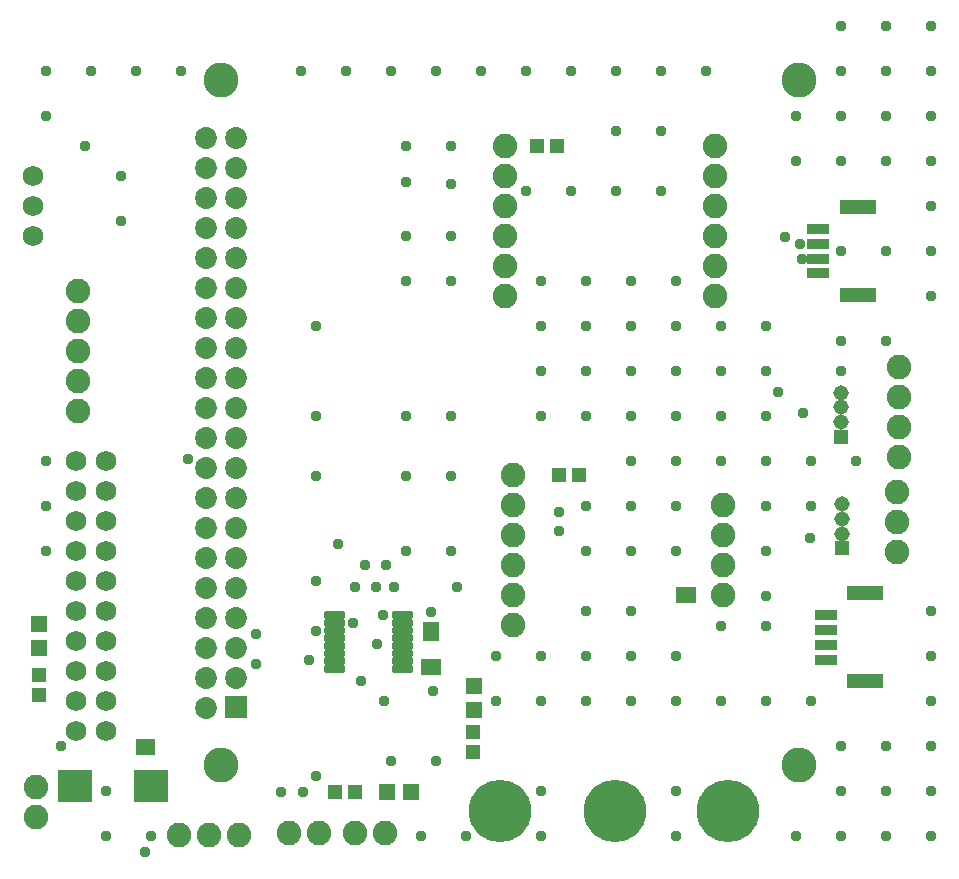
<source format=gts>
G04 EAGLE Gerber RS-274X export*
G75*
%MOMM*%
%FSLAX34Y34*%
%LPD*%
%INSoldermask Top*%
%IPPOS*%
%AMOC8*
5,1,8,0,0,1.08239X$1,22.5*%
G01*
%ADD10R,1.403200X1.403200*%
%ADD11R,1.303200X1.203200*%
%ADD12R,2.973200X2.753200*%
%ADD13R,1.311200X1.311200*%
%ADD14C,1.311200*%
%ADD15C,2.082800*%
%ADD16C,1.727200*%
%ADD17R,1.905000X0.863600*%
%ADD18R,3.098800X1.295400*%
%ADD19R,0.838200X1.473200*%
%ADD20R,1.473200X0.838200*%
%ADD21R,1.203200X1.303200*%
%ADD22C,2.953200*%
%ADD23R,1.854200X1.854200*%
%ADD24C,1.854200*%
%ADD25C,5.283200*%
%ADD26C,0.306600*%
%ADD27C,0.959600*%


D10*
X375285Y140294D03*
X375285Y119294D03*
X322412Y50419D03*
X301412Y50419D03*
D11*
X447303Y318389D03*
X464303Y318389D03*
D12*
X101796Y55499D03*
X37396Y55499D03*
D11*
X429015Y596900D03*
X446015Y596900D03*
D13*
X686816Y256586D03*
D14*
X686816Y269086D03*
X686816Y281586D03*
X686816Y294086D03*
D15*
X735076Y409956D03*
X735076Y384556D03*
X735076Y359156D03*
X735076Y333756D03*
X40259Y372872D03*
X40259Y398272D03*
X40259Y423672D03*
X40259Y449072D03*
X40259Y474472D03*
X299847Y15240D03*
X274447Y15240D03*
X243967Y15748D03*
X218567Y15748D03*
X4445Y29083D03*
X4445Y54483D03*
D13*
X686054Y350820D03*
D14*
X686054Y363320D03*
X686054Y375820D03*
X686054Y388320D03*
D16*
X63500Y330200D03*
X38100Y330200D03*
X63500Y304800D03*
X38100Y304800D03*
X63500Y279400D03*
X38100Y279400D03*
X63500Y254000D03*
X38100Y254000D03*
X63500Y228600D03*
X38100Y228600D03*
X63500Y203200D03*
X38100Y203200D03*
X63500Y177800D03*
X38100Y177800D03*
X63500Y152400D03*
X38100Y152400D03*
X63500Y127000D03*
X38100Y127000D03*
X63500Y101600D03*
X38100Y101600D03*
D17*
X666924Y489377D03*
X666924Y501877D03*
X666924Y514377D03*
X666924Y526877D03*
D18*
X700424Y470877D03*
X700424Y545377D03*
D17*
X673274Y162352D03*
X673274Y174852D03*
X673274Y187352D03*
X673274Y199852D03*
D18*
X706774Y143852D03*
X706774Y218352D03*
D15*
X733806Y253111D03*
X733806Y278511D03*
X733806Y303911D03*
X125222Y13589D03*
X150622Y13589D03*
X176022Y13589D03*
D19*
X334772Y156337D03*
X342900Y156337D03*
X550672Y217170D03*
X558800Y217170D03*
D20*
X338963Y181991D03*
X338963Y190119D03*
D19*
X101473Y88519D03*
X93345Y88519D03*
D11*
X274311Y50292D03*
X257311Y50292D03*
D21*
X374650Y101210D03*
X374650Y84210D03*
D22*
X650800Y73100D03*
X650800Y653100D03*
X160800Y73100D03*
X160800Y653100D03*
D23*
X173500Y121800D03*
D24*
X148082Y121666D03*
X173482Y147066D03*
X148082Y147066D03*
X173482Y172466D03*
X148082Y172466D03*
X173482Y197866D03*
X148082Y197866D03*
X173482Y223266D03*
X148082Y223266D03*
X173482Y248666D03*
X148082Y248666D03*
X173482Y274066D03*
X148082Y274066D03*
X173482Y299466D03*
X148082Y299466D03*
X173482Y324866D03*
X148082Y324866D03*
X173482Y350266D03*
X148082Y350266D03*
X173482Y375666D03*
X148082Y375666D03*
X173482Y401066D03*
X148082Y401066D03*
X173482Y426466D03*
X148082Y426466D03*
X173482Y451866D03*
X148082Y451866D03*
X173482Y477266D03*
X148082Y477266D03*
X173482Y502666D03*
X148082Y502666D03*
X173482Y528066D03*
X148082Y528066D03*
X173482Y553466D03*
X148082Y553466D03*
X173482Y578866D03*
X148082Y578866D03*
X173482Y604266D03*
X148082Y604266D03*
D15*
X408432Y191770D03*
X408432Y217170D03*
X408432Y242570D03*
X408432Y267970D03*
X408432Y293370D03*
X408432Y318770D03*
X586232Y217170D03*
X586232Y242570D03*
X586232Y267970D03*
X586232Y293370D03*
X401447Y469773D03*
X401447Y495173D03*
X401447Y520573D03*
X401447Y545973D03*
X401447Y571373D03*
X401447Y596773D03*
X579247Y469773D03*
X579247Y495173D03*
X579247Y520573D03*
X579247Y545973D03*
X579247Y571373D03*
X579247Y596773D03*
D25*
X495173Y33782D03*
X397637Y34544D03*
X590169Y34036D03*
D26*
X321910Y156075D02*
X307244Y156075D01*
X321910Y156075D02*
X321910Y153009D01*
X307244Y153009D01*
X307244Y156075D01*
X307244Y155922D02*
X321910Y155922D01*
X321910Y162575D02*
X307244Y162575D01*
X321910Y162575D02*
X321910Y159509D01*
X307244Y159509D01*
X307244Y162575D01*
X307244Y162422D02*
X321910Y162422D01*
X321910Y169075D02*
X307244Y169075D01*
X321910Y169075D02*
X321910Y166009D01*
X307244Y166009D01*
X307244Y169075D01*
X307244Y168922D02*
X321910Y168922D01*
X321910Y175575D02*
X307244Y175575D01*
X321910Y175575D02*
X321910Y172509D01*
X307244Y172509D01*
X307244Y175575D01*
X307244Y175422D02*
X321910Y175422D01*
X321910Y182075D02*
X307244Y182075D01*
X321910Y182075D02*
X321910Y179009D01*
X307244Y179009D01*
X307244Y182075D01*
X307244Y181922D02*
X321910Y181922D01*
X321910Y188575D02*
X307244Y188575D01*
X321910Y188575D02*
X321910Y185509D01*
X307244Y185509D01*
X307244Y188575D01*
X307244Y188422D02*
X321910Y188422D01*
X321910Y195075D02*
X307244Y195075D01*
X321910Y195075D02*
X321910Y192009D01*
X307244Y192009D01*
X307244Y195075D01*
X307244Y194922D02*
X321910Y194922D01*
X321910Y201575D02*
X307244Y201575D01*
X321910Y201575D02*
X321910Y198509D01*
X307244Y198509D01*
X307244Y201575D01*
X307244Y201422D02*
X321910Y201422D01*
X264510Y201575D02*
X249844Y201575D01*
X264510Y201575D02*
X264510Y198509D01*
X249844Y198509D01*
X249844Y201575D01*
X249844Y201422D02*
X264510Y201422D01*
X264510Y195075D02*
X249844Y195075D01*
X264510Y195075D02*
X264510Y192009D01*
X249844Y192009D01*
X249844Y195075D01*
X249844Y194922D02*
X264510Y194922D01*
X264510Y188575D02*
X249844Y188575D01*
X264510Y188575D02*
X264510Y185509D01*
X249844Y185509D01*
X249844Y188575D01*
X249844Y188422D02*
X264510Y188422D01*
X264510Y182075D02*
X249844Y182075D01*
X264510Y182075D02*
X264510Y179009D01*
X249844Y179009D01*
X249844Y182075D01*
X249844Y181922D02*
X264510Y181922D01*
X264510Y175575D02*
X249844Y175575D01*
X264510Y175575D02*
X264510Y172509D01*
X249844Y172509D01*
X249844Y175575D01*
X249844Y175422D02*
X264510Y175422D01*
X264510Y169075D02*
X249844Y169075D01*
X264510Y169075D02*
X264510Y166009D01*
X249844Y166009D01*
X249844Y169075D01*
X249844Y168922D02*
X264510Y168922D01*
X264510Y162575D02*
X249844Y162575D01*
X264510Y162575D02*
X264510Y159509D01*
X249844Y159509D01*
X249844Y162575D01*
X249844Y162422D02*
X264510Y162422D01*
X264510Y156075D02*
X249844Y156075D01*
X264510Y156075D02*
X264510Y153009D01*
X249844Y153009D01*
X249844Y156075D01*
X249844Y155922D02*
X264510Y155922D01*
D16*
X2032Y571500D03*
X2032Y546100D03*
X2032Y520700D03*
D10*
X7366Y192745D03*
X7366Y171745D03*
D21*
X7366Y149216D03*
X7366Y132216D03*
D27*
X317500Y520700D03*
X355600Y520700D03*
X355600Y482600D03*
X317500Y482600D03*
X241300Y444500D03*
X317500Y368300D03*
X355600Y368300D03*
X241300Y368300D03*
X241300Y317500D03*
X317500Y317500D03*
X355600Y317500D03*
X431800Y482600D03*
X469900Y482600D03*
X508000Y482600D03*
X546100Y482600D03*
X546100Y444500D03*
X508000Y444500D03*
X469900Y444500D03*
X431800Y444500D03*
X431800Y406400D03*
X469900Y406400D03*
X508000Y406400D03*
X546100Y406400D03*
X546100Y368300D03*
X508000Y368300D03*
X469900Y368300D03*
X431800Y368300D03*
X508000Y330200D03*
X546100Y330200D03*
X584200Y444500D03*
X622300Y444500D03*
X622300Y406400D03*
X584200Y406400D03*
X584200Y368300D03*
X622300Y368300D03*
X622300Y330200D03*
X584200Y330200D03*
X660400Y330200D03*
X698500Y330200D03*
X622300Y292100D03*
X660400Y292100D03*
X622300Y254000D03*
X622300Y215900D03*
X584200Y190500D03*
X546100Y292100D03*
X508000Y292100D03*
X469900Y292100D03*
X508000Y254000D03*
X546100Y254000D03*
X469900Y254000D03*
X469900Y203200D03*
X508000Y203200D03*
X469900Y165100D03*
X508000Y165100D03*
X469900Y127000D03*
X508000Y127000D03*
X546100Y127000D03*
X546100Y165100D03*
X584200Y127000D03*
X622300Y127000D03*
X660400Y127000D03*
X762000Y127000D03*
X762000Y165100D03*
X762000Y203200D03*
X762000Y469900D03*
X762000Y508000D03*
X762000Y546100D03*
X762000Y584200D03*
X762000Y622300D03*
X762000Y660400D03*
X762000Y698500D03*
X762000Y88900D03*
X762000Y50800D03*
X762000Y12700D03*
X723900Y12700D03*
X685800Y12700D03*
X685800Y50800D03*
X685800Y88900D03*
X723900Y88900D03*
X723900Y50800D03*
X647700Y12700D03*
X546100Y50800D03*
X546100Y12700D03*
X431800Y50800D03*
X431800Y12700D03*
X431800Y127000D03*
X431800Y165100D03*
X393700Y165100D03*
X393700Y127000D03*
X355600Y254000D03*
X317500Y254000D03*
X260350Y260350D03*
X241300Y228600D03*
X235966Y161798D03*
X293370Y175260D03*
X241300Y63500D03*
X101600Y12700D03*
X63500Y12700D03*
X63500Y50800D03*
X25400Y88900D03*
X12700Y254000D03*
X12700Y292100D03*
X12700Y330200D03*
X76200Y533400D03*
X76200Y571500D03*
X304800Y76200D03*
X342900Y76200D03*
X330200Y12700D03*
X368300Y12700D03*
X622300Y190500D03*
X723900Y431800D03*
X685800Y431800D03*
X685800Y406400D03*
X723900Y508000D03*
X685800Y508000D03*
X723900Y584200D03*
X685800Y584200D03*
X723900Y622300D03*
X685800Y622300D03*
X723900Y660400D03*
X685800Y660400D03*
X685800Y698500D03*
X723900Y698500D03*
X571500Y660400D03*
X533400Y660400D03*
X495300Y660400D03*
X457200Y660400D03*
X419100Y660400D03*
X495300Y609600D03*
X533400Y609600D03*
X533400Y558800D03*
X495300Y558800D03*
X457200Y558800D03*
X419100Y558800D03*
X647700Y584200D03*
X647700Y622300D03*
X355600Y596900D03*
X317500Y596900D03*
X355600Y565150D03*
X317500Y566420D03*
X381000Y660400D03*
X342900Y660400D03*
X304800Y660400D03*
X266700Y660400D03*
X228600Y660400D03*
X127000Y660400D03*
X88900Y660400D03*
X50800Y660400D03*
X12700Y660400D03*
X12700Y622300D03*
X45720Y596900D03*
X133350Y332232D03*
X301117Y242824D03*
X632587Y388493D03*
X638683Y520446D03*
X190763Y158877D03*
X241554Y186309D03*
X298577Y200118D03*
X653034Y501777D03*
X654050Y371475D03*
X447675Y287401D03*
X447548Y271145D03*
X190754Y183896D03*
X660146Y265557D03*
X651637Y513897D03*
X274447Y224028D03*
X292354Y224028D03*
X308001Y224028D03*
X360807Y224028D03*
X230251Y50292D03*
X211582Y50292D03*
X283083Y242090D03*
X299339Y127127D03*
X279400Y143891D03*
X97028Y-889D03*
X273050Y193675D03*
X339090Y202438D03*
X340741Y136017D03*
M02*

</source>
